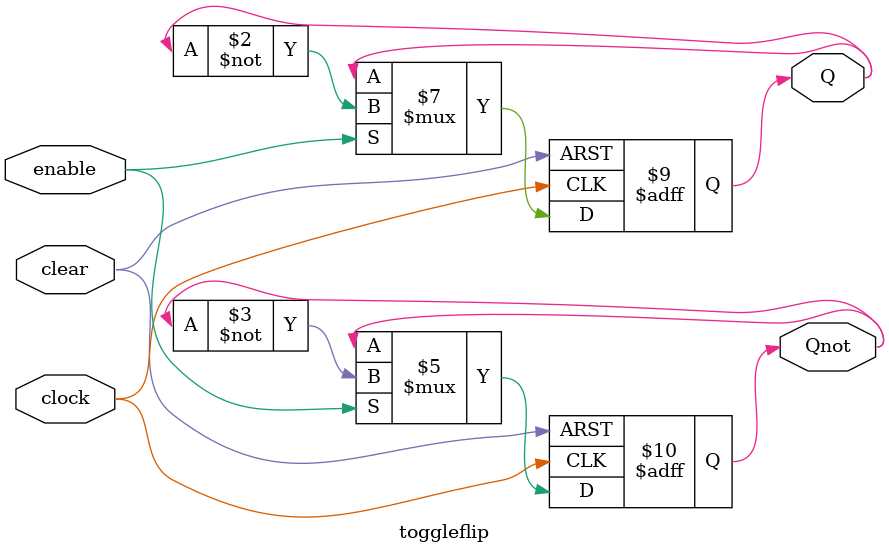
<source format=v>
module toggleflip (enable, clock, clear, Q, Qnot);
    input  enable, clock, clear;
    output Q, Qnot;

    reg Q, Qnot;

    // Initialize Q and Qnot
    initial begin
        Q = 0;
        Qnot = 1;
    end

    always @ (posedge clock or posedge clear) begin
        if (clear) begin
            Q <= 0;
            Qnot <= 1;
        end else if (enable) begin
            Q <= ~Q;
            Qnot <= ~Qnot;
        end
    end
endmodule
</source>
